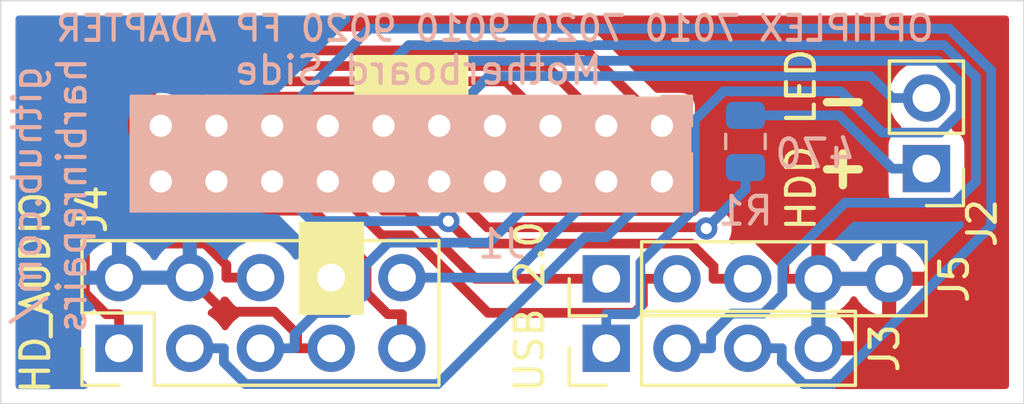
<source format=kicad_pcb>
(kicad_pcb (version 20171130) (host pcbnew "(5.1.0-0)")

  (general
    (thickness 1.6)
    (drawings 15)
    (tracks 141)
    (zones 0)
    (modules 6)
    (nets 19)
  )

  (page A4)
  (layers
    (0 F.Cu signal hide)
    (31 B.Cu signal hide)
    (32 B.Adhes user)
    (33 F.Adhes user)
    (34 B.Paste user)
    (35 F.Paste user)
    (36 B.SilkS user)
    (37 F.SilkS user)
    (38 B.Mask user)
    (39 F.Mask user)
    (40 Dwgs.User user)
    (41 Cmts.User user)
    (42 Eco1.User user)
    (43 Eco2.User user)
    (44 Edge.Cuts user)
    (45 Margin user)
    (46 B.CrtYd user)
    (47 F.CrtYd user)
    (48 B.Fab user)
    (49 F.Fab user)
  )

  (setup
    (last_trace_width 0.35)
    (trace_clearance 0.2)
    (zone_clearance 0.508)
    (zone_45_only no)
    (trace_min 0.2)
    (via_size 0.8)
    (via_drill 0.4)
    (via_min_size 0.4)
    (via_min_drill 0.3)
    (uvia_size 0.3)
    (uvia_drill 0.1)
    (uvias_allowed no)
    (uvia_min_size 0.2)
    (uvia_min_drill 0.1)
    (edge_width 0.05)
    (segment_width 0.2)
    (pcb_text_width 0.3)
    (pcb_text_size 1.5 1.5)
    (mod_edge_width 0.12)
    (mod_text_size 1 1)
    (mod_text_width 0.15)
    (pad_size 1.524 1.524)
    (pad_drill 0.762)
    (pad_to_mask_clearance 0.051)
    (solder_mask_min_width 0.25)
    (aux_axis_origin 0 0)
    (visible_elements FFFFFF7F)
    (pcbplotparams
      (layerselection 0x010f0_ffffffff)
      (usegerberextensions false)
      (usegerberattributes false)
      (usegerberadvancedattributes false)
      (creategerberjobfile false)
      (excludeedgelayer true)
      (linewidth 0.100000)
      (plotframeref false)
      (viasonmask false)
      (mode 1)
      (useauxorigin false)
      (hpglpennumber 1)
      (hpglpenspeed 20)
      (hpglpendiameter 15.000000)
      (psnegative false)
      (psa4output false)
      (plotreference true)
      (plotvalue true)
      (plotinvisibletext false)
      (padsonsilk false)
      (subtractmaskfromsilk false)
      (outputformat 1)
      (mirror false)
      (drillshape 0)
      (scaleselection 1)
      (outputdirectory ""))
  )

  (net 0 "")
  (net 1 FRONT_IO_DET)
  (net 2 "Net-(J1-Pad19)")
  (net 3 USB_D+_2)
  (net 4 USB_D+_1)
  (net 5 USB_D-_2)
  (net 6 USB_D-_1)
  (net 7 USB_VCC2)
  (net 8 USB_VCC1)
  (net 9 HDD_LED+)
  (net 10 HDD_LED-)
  (net 11 HEADPHONE_R)
  (net 12 HEADPHONE_L)
  (net 13 HEADPHONE_DET)
  (net 14 MIC_DET)
  (net 15 MIC_R)
  (net 16 MIC_L)
  (net 17 "Net-(J2-Pad1)")
  (net 18 "Net-(J4-Pad8)")

  (net_class Default "This is the default net class."
    (clearance 0.2)
    (trace_width 0.35)
    (via_dia 0.8)
    (via_drill 0.4)
    (uvia_dia 0.3)
    (uvia_drill 0.1)
    (add_net FRONT_IO_DET)
    (add_net HDD_LED+)
    (add_net HDD_LED-)
    (add_net HEADPHONE_DET)
    (add_net HEADPHONE_L)
    (add_net HEADPHONE_R)
    (add_net MIC_DET)
    (add_net MIC_L)
    (add_net MIC_R)
    (add_net "Net-(J1-Pad19)")
    (add_net "Net-(J2-Pad1)")
    (add_net "Net-(J4-Pad8)")
    (add_net USB_D+_1)
    (add_net USB_D+_2)
    (add_net USB_D-_1)
    (add_net USB_D-_2)
    (add_net USB_VCC1)
    (add_net USB_VCC2)
  )

  (module Resistor_SMD:R_0805_2012Metric (layer B.Cu) (tedit 5B36C52B) (tstamp 5E60F201)
    (at 165.75 94.0625 90)
    (descr "Resistor SMD 0805 (2012 Metric), square (rectangular) end terminal, IPC_7351 nominal, (Body size source: https://docs.google.com/spreadsheets/d/1BsfQQcO9C6DZCsRaXUlFlo91Tg2WpOkGARC1WS5S8t0/edit?usp=sharing), generated with kicad-footprint-generator")
    (tags resistor)
    (path /5E614479)
    (attr smd)
    (fp_text reference R1 (at -2.5 0) (layer B.SilkS)
      (effects (font (size 1 1) (thickness 0.15)) (justify mirror))
    )
    (fp_text value 470 (at -0.4375 2.5) (layer B.SilkS)
      (effects (font (size 1 1) (thickness 0.15)) (justify mirror))
    )
    (fp_text user %R (at 0 0 90) (layer B.Fab)
      (effects (font (size 0.5 0.5) (thickness 0.08)) (justify mirror))
    )
    (fp_line (start 1.68 -0.95) (end -1.68 -0.95) (layer B.CrtYd) (width 0.05))
    (fp_line (start 1.68 0.95) (end 1.68 -0.95) (layer B.CrtYd) (width 0.05))
    (fp_line (start -1.68 0.95) (end 1.68 0.95) (layer B.CrtYd) (width 0.05))
    (fp_line (start -1.68 -0.95) (end -1.68 0.95) (layer B.CrtYd) (width 0.05))
    (fp_line (start -0.258578 -0.71) (end 0.258578 -0.71) (layer B.SilkS) (width 0.12))
    (fp_line (start -0.258578 0.71) (end 0.258578 0.71) (layer B.SilkS) (width 0.12))
    (fp_line (start 1 -0.6) (end -1 -0.6) (layer B.Fab) (width 0.1))
    (fp_line (start 1 0.6) (end 1 -0.6) (layer B.Fab) (width 0.1))
    (fp_line (start -1 0.6) (end 1 0.6) (layer B.Fab) (width 0.1))
    (fp_line (start -1 -0.6) (end -1 0.6) (layer B.Fab) (width 0.1))
    (pad 2 smd roundrect (at 0.9375 0 90) (size 0.975 1.4) (layers B.Cu B.Paste B.Mask) (roundrect_rratio 0.25)
      (net 17 "Net-(J2-Pad1)"))
    (pad 1 smd roundrect (at -0.9375 0 90) (size 0.975 1.4) (layers B.Cu B.Paste B.Mask) (roundrect_rratio 0.25)
      (net 9 HDD_LED+))
    (model ${KISYS3DMOD}/Resistor_SMD.3dshapes/R_0805_2012Metric.wrl
      (at (xyz 0 0 0))
      (scale (xyz 1 1 1))
      (rotate (xyz 0 0 0))
    )
  )

  (module Connector_PinHeader_2.54mm:PinHeader_1x05_P2.54mm_Vertical (layer F.Cu) (tedit 59FED5CC) (tstamp 5E6112BB)
    (at 160.75 99 90)
    (descr "Through hole straight pin header, 1x05, 2.54mm pitch, single row")
    (tags "Through hole pin header THT 1x05 2.54mm single row")
    (path /5E616F9C)
    (fp_text reference J5 (at 0 12.5 90) (layer F.SilkS)
      (effects (font (size 1 1) (thickness 0.15)))
    )
    (fp_text value Conn_01x05 (at 0 12.49 90) (layer F.Fab)
      (effects (font (size 1 1) (thickness 0.15)))
    )
    (fp_text user %R (at 0 5.08 180) (layer F.Fab)
      (effects (font (size 1 1) (thickness 0.15)))
    )
    (fp_line (start 1.8 -1.8) (end -1.8 -1.8) (layer F.CrtYd) (width 0.05))
    (fp_line (start 1.8 11.95) (end 1.8 -1.8) (layer F.CrtYd) (width 0.05))
    (fp_line (start -1.8 11.95) (end 1.8 11.95) (layer F.CrtYd) (width 0.05))
    (fp_line (start -1.8 -1.8) (end -1.8 11.95) (layer F.CrtYd) (width 0.05))
    (fp_line (start -1.33 -1.33) (end 0 -1.33) (layer F.SilkS) (width 0.12))
    (fp_line (start -1.33 0) (end -1.33 -1.33) (layer F.SilkS) (width 0.12))
    (fp_line (start -1.33 1.27) (end 1.33 1.27) (layer F.SilkS) (width 0.12))
    (fp_line (start 1.33 1.27) (end 1.33 11.49) (layer F.SilkS) (width 0.12))
    (fp_line (start -1.33 1.27) (end -1.33 11.49) (layer F.SilkS) (width 0.12))
    (fp_line (start -1.33 11.49) (end 1.33 11.49) (layer F.SilkS) (width 0.12))
    (fp_line (start -1.27 -0.635) (end -0.635 -1.27) (layer F.Fab) (width 0.1))
    (fp_line (start -1.27 11.43) (end -1.27 -0.635) (layer F.Fab) (width 0.1))
    (fp_line (start 1.27 11.43) (end -1.27 11.43) (layer F.Fab) (width 0.1))
    (fp_line (start 1.27 -1.27) (end 1.27 11.43) (layer F.Fab) (width 0.1))
    (fp_line (start -0.635 -1.27) (end 1.27 -1.27) (layer F.Fab) (width 0.1))
    (pad 5 thru_hole oval (at 0 10.16 90) (size 1.7 1.7) (drill 1) (layers *.Cu *.Mask)
      (net 1 FRONT_IO_DET))
    (pad 4 thru_hole oval (at 0 7.62 90) (size 1.7 1.7) (drill 1) (layers *.Cu *.Mask)
      (net 1 FRONT_IO_DET))
    (pad 3 thru_hole oval (at 0 5.08 90) (size 1.7 1.7) (drill 1) (layers *.Cu *.Mask)
      (net 3 USB_D+_2))
    (pad 2 thru_hole oval (at 0 2.54 90) (size 1.7 1.7) (drill 1) (layers *.Cu *.Mask)
      (net 5 USB_D-_2))
    (pad 1 thru_hole rect (at 0 0 90) (size 1.7 1.7) (drill 1) (layers *.Cu *.Mask)
      (net 7 USB_VCC2))
    (model ${KISYS3DMOD}/Connector_PinHeader_2.54mm.3dshapes/PinHeader_1x05_P2.54mm_Vertical.wrl
      (at (xyz 0 0 0))
      (scale (xyz 1 1 1))
      (rotate (xyz 0 0 0))
    )
  )

  (module Connector_PinHeader_2.54mm:PinHeader_2x05_P2.54mm_Vertical (layer F.Cu) (tedit 59FED5CC) (tstamp 5E61172C)
    (at 143.25 101.5 90)
    (descr "Through hole straight pin header, 2x05, 2.54mm pitch, double rows")
    (tags "Through hole pin header THT 2x05 2.54mm double row")
    (path /5E610C2D)
    (fp_text reference J4 (at 5 -0.96 90) (layer F.SilkS)
      (effects (font (size 1 1) (thickness 0.15)))
    )
    (fp_text value HDAUDIO_HEADER (at 1.27 12.49 90) (layer F.Fab)
      (effects (font (size 1 1) (thickness 0.15)))
    )
    (fp_text user %R (at 1.27 5.08) (layer F.Fab)
      (effects (font (size 1 1) (thickness 0.15)))
    )
    (fp_line (start 4.35 -1.8) (end -1.8 -1.8) (layer F.CrtYd) (width 0.05))
    (fp_line (start 4.35 11.95) (end 4.35 -1.8) (layer F.CrtYd) (width 0.05))
    (fp_line (start -1.8 11.95) (end 4.35 11.95) (layer F.CrtYd) (width 0.05))
    (fp_line (start -1.8 -1.8) (end -1.8 11.95) (layer F.CrtYd) (width 0.05))
    (fp_line (start -1.33 -1.33) (end 0 -1.33) (layer F.SilkS) (width 0.12))
    (fp_line (start -1.33 0) (end -1.33 -1.33) (layer F.SilkS) (width 0.12))
    (fp_line (start 1.27 -1.33) (end 3.87 -1.33) (layer F.SilkS) (width 0.12))
    (fp_line (start 1.27 1.27) (end 1.27 -1.33) (layer F.SilkS) (width 0.12))
    (fp_line (start -1.33 1.27) (end 1.27 1.27) (layer F.SilkS) (width 0.12))
    (fp_line (start 3.87 -1.33) (end 3.87 11.49) (layer F.SilkS) (width 0.12))
    (fp_line (start -1.33 1.27) (end -1.33 11.49) (layer F.SilkS) (width 0.12))
    (fp_line (start -1.33 11.49) (end 3.87 11.49) (layer F.SilkS) (width 0.12))
    (fp_line (start -1.27 0) (end 0 -1.27) (layer F.Fab) (width 0.1))
    (fp_line (start -1.27 11.43) (end -1.27 0) (layer F.Fab) (width 0.1))
    (fp_line (start 3.81 11.43) (end -1.27 11.43) (layer F.Fab) (width 0.1))
    (fp_line (start 3.81 -1.27) (end 3.81 11.43) (layer F.Fab) (width 0.1))
    (fp_line (start 0 -1.27) (end 3.81 -1.27) (layer F.Fab) (width 0.1))
    (pad 10 thru_hole oval (at 2.54 10.16 90) (size 1.7 1.7) (drill 1) (layers *.Cu *.Mask)
      (net 13 HEADPHONE_DET))
    (pad 9 thru_hole oval (at 0 10.16 90) (size 1.7 1.7) (drill 1) (layers *.Cu *.Mask)
      (net 12 HEADPHONE_L))
    (pad 8 thru_hole oval (at 2.54 7.62 90) (size 1.7 1.7) (drill 1) (layers *.Cu *.Mask)
      (net 18 "Net-(J4-Pad8)"))
    (pad 7 thru_hole oval (at 0 7.62 90) (size 1.7 1.7) (drill 1) (layers *.Cu *.Mask)
      (net 1 FRONT_IO_DET))
    (pad 6 thru_hole oval (at 2.54 5.08 90) (size 1.7 1.7) (drill 1) (layers *.Cu *.Mask)
      (net 14 MIC_DET))
    (pad 5 thru_hole oval (at 0 5.08 90) (size 1.7 1.7) (drill 1) (layers *.Cu *.Mask)
      (net 11 HEADPHONE_R))
    (pad 4 thru_hole oval (at 2.54 2.54 90) (size 1.7 1.7) (drill 1) (layers *.Cu *.Mask)
      (net 1 FRONT_IO_DET))
    (pad 3 thru_hole oval (at 0 2.54 90) (size 1.7 1.7) (drill 1) (layers *.Cu *.Mask)
      (net 15 MIC_R))
    (pad 2 thru_hole oval (at 2.54 0 90) (size 1.7 1.7) (drill 1) (layers *.Cu *.Mask)
      (net 1 FRONT_IO_DET))
    (pad 1 thru_hole rect (at 0 0 90) (size 1.7 1.7) (drill 1) (layers *.Cu *.Mask)
      (net 16 MIC_L))
    (model ${KISYS3DMOD}/Connector_PinHeader_2.54mm.3dshapes/PinHeader_2x05_P2.54mm_Vertical.wrl
      (at (xyz 0 0 0))
      (scale (xyz 1 1 1))
      (rotate (xyz 0 0 0))
    )
  )

  (module Connector_PinHeader_2.54mm:PinHeader_1x04_P2.54mm_Vertical (layer F.Cu) (tedit 59FED5CC) (tstamp 5E611080)
    (at 160.75 101.5 90)
    (descr "Through hole straight pin header, 1x04, 2.54mm pitch, single row")
    (tags "Through hole pin header THT 1x04 2.54mm single row")
    (path /5E61652E)
    (fp_text reference J3 (at 0 10 90) (layer F.SilkS)
      (effects (font (size 1 1) (thickness 0.15)))
    )
    (fp_text value Conn_01x04 (at 0 9.95 90) (layer F.Fab)
      (effects (font (size 1 1) (thickness 0.15)))
    )
    (fp_text user %R (at 0 3.81 180) (layer F.Fab)
      (effects (font (size 1 1) (thickness 0.15)))
    )
    (fp_line (start 1.8 -1.8) (end -1.8 -1.8) (layer F.CrtYd) (width 0.05))
    (fp_line (start 1.8 9.4) (end 1.8 -1.8) (layer F.CrtYd) (width 0.05))
    (fp_line (start -1.8 9.4) (end 1.8 9.4) (layer F.CrtYd) (width 0.05))
    (fp_line (start -1.8 -1.8) (end -1.8 9.4) (layer F.CrtYd) (width 0.05))
    (fp_line (start -1.33 -1.33) (end 0 -1.33) (layer F.SilkS) (width 0.12))
    (fp_line (start -1.33 0) (end -1.33 -1.33) (layer F.SilkS) (width 0.12))
    (fp_line (start -1.33 1.27) (end 1.33 1.27) (layer F.SilkS) (width 0.12))
    (fp_line (start 1.33 1.27) (end 1.33 8.95) (layer F.SilkS) (width 0.12))
    (fp_line (start -1.33 1.27) (end -1.33 8.95) (layer F.SilkS) (width 0.12))
    (fp_line (start -1.33 8.95) (end 1.33 8.95) (layer F.SilkS) (width 0.12))
    (fp_line (start -1.27 -0.635) (end -0.635 -1.27) (layer F.Fab) (width 0.1))
    (fp_line (start -1.27 8.89) (end -1.27 -0.635) (layer F.Fab) (width 0.1))
    (fp_line (start 1.27 8.89) (end -1.27 8.89) (layer F.Fab) (width 0.1))
    (fp_line (start 1.27 -1.27) (end 1.27 8.89) (layer F.Fab) (width 0.1))
    (fp_line (start -0.635 -1.27) (end 1.27 -1.27) (layer F.Fab) (width 0.1))
    (pad 4 thru_hole oval (at 0 7.62 90) (size 1.7 1.7) (drill 1) (layers *.Cu *.Mask)
      (net 1 FRONT_IO_DET))
    (pad 3 thru_hole oval (at 0 5.08 90) (size 1.7 1.7) (drill 1) (layers *.Cu *.Mask)
      (net 4 USB_D+_1))
    (pad 2 thru_hole oval (at 0 2.54 90) (size 1.7 1.7) (drill 1) (layers *.Cu *.Mask)
      (net 6 USB_D-_1))
    (pad 1 thru_hole rect (at 0 0 90) (size 1.7 1.7) (drill 1) (layers *.Cu *.Mask)
      (net 8 USB_VCC1))
    (model ${KISYS3DMOD}/Connector_PinHeader_2.54mm.3dshapes/PinHeader_1x04_P2.54mm_Vertical.wrl
      (at (xyz 0 0 0))
      (scale (xyz 1 1 1))
      (rotate (xyz 0 0 0))
    )
  )

  (module Connector_PinHeader_2.54mm:PinHeader_1x02_P2.54mm_Vertical (layer F.Cu) (tedit 59FED5CC) (tstamp 5E6111AE)
    (at 172.25 95.04 180)
    (descr "Through hole straight pin header, 1x02, 2.54mm pitch, single row")
    (tags "Through hole pin header THT 1x02 2.54mm single row")
    (path /5E613D8F)
    (fp_text reference J2 (at -2 -1.96 270) (layer F.SilkS)
      (effects (font (size 1 1) (thickness 0.15)))
    )
    (fp_text value HDD_LED_HEADER (at 0 4.87 180) (layer F.Fab)
      (effects (font (size 1 1) (thickness 0.15)))
    )
    (fp_text user %R (at 0 1.27 90) (layer F.Fab)
      (effects (font (size 1 1) (thickness 0.15)))
    )
    (fp_line (start 1.8 -1.8) (end -1.8 -1.8) (layer F.CrtYd) (width 0.05))
    (fp_line (start 1.8 4.35) (end 1.8 -1.8) (layer F.CrtYd) (width 0.05))
    (fp_line (start -1.8 4.35) (end 1.8 4.35) (layer F.CrtYd) (width 0.05))
    (fp_line (start -1.8 -1.8) (end -1.8 4.35) (layer F.CrtYd) (width 0.05))
    (fp_line (start -1.33 -1.33) (end 0 -1.33) (layer F.SilkS) (width 0.12))
    (fp_line (start -1.33 0) (end -1.33 -1.33) (layer F.SilkS) (width 0.12))
    (fp_line (start -1.33 1.27) (end 1.33 1.27) (layer F.SilkS) (width 0.12))
    (fp_line (start 1.33 1.27) (end 1.33 3.87) (layer F.SilkS) (width 0.12))
    (fp_line (start -1.33 1.27) (end -1.33 3.87) (layer F.SilkS) (width 0.12))
    (fp_line (start -1.33 3.87) (end 1.33 3.87) (layer F.SilkS) (width 0.12))
    (fp_line (start -1.27 -0.635) (end -0.635 -1.27) (layer F.Fab) (width 0.1))
    (fp_line (start -1.27 3.81) (end -1.27 -0.635) (layer F.Fab) (width 0.1))
    (fp_line (start 1.27 3.81) (end -1.27 3.81) (layer F.Fab) (width 0.1))
    (fp_line (start 1.27 -1.27) (end 1.27 3.81) (layer F.Fab) (width 0.1))
    (fp_line (start -0.635 -1.27) (end 1.27 -1.27) (layer F.Fab) (width 0.1))
    (pad 2 thru_hole oval (at 0 2.54 180) (size 1.7 1.7) (drill 1) (layers *.Cu *.Mask)
      (net 10 HDD_LED-))
    (pad 1 thru_hole rect (at 0 0 180) (size 1.7 1.7) (drill 1) (layers *.Cu *.Mask)
      (net 17 "Net-(J2-Pad1)"))
    (model ${KISYS3DMOD}/Connector_PinHeader_2.54mm.3dshapes/PinHeader_1x02_P2.54mm_Vertical.wrl
      (at (xyz 0 0 0))
      (scale (xyz 1 1 1))
      (rotate (xyz 0 0 0))
    )
  )

  (module Connector_PinSocket_2.00mm:PinSocket_2x10_P2.00mm_Vertical (layer B.Cu) (tedit 5A19A41B) (tstamp 5E60ECBB)
    (at 162.75 93.5 90)
    (descr "Through hole straight socket strip, 2x10, 2.00mm pitch, double cols (from Kicad 4.0.7), script generated")
    (tags "Through hole socket strip THT 2x10 2.00mm double row")
    (path /5E607E51)
    (fp_text reference J1 (at -4.25 -5.75 180) (layer B.SilkS)
      (effects (font (size 1 1) (thickness 0.15)) (justify mirror))
    )
    (fp_text value DELL_2MM_MB_CONNECTOR (at -1 -20.5 90) (layer B.Fab)
      (effects (font (size 1 1) (thickness 0.15)) (justify mirror))
    )
    (fp_text user %R (at -1 -9) (layer B.Fab)
      (effects (font (size 1 1) (thickness 0.15)) (justify mirror))
    )
    (fp_line (start -3.5 -19.5) (end -3.5 1.5) (layer B.CrtYd) (width 0.05))
    (fp_line (start 1.5 -19.5) (end -3.5 -19.5) (layer B.CrtYd) (width 0.05))
    (fp_line (start 1.5 1.5) (end 1.5 -19.5) (layer B.CrtYd) (width 0.05))
    (fp_line (start -3.5 1.5) (end 1.5 1.5) (layer B.CrtYd) (width 0.05))
    (fp_line (start 0 1.06) (end 1.06 1.06) (layer B.SilkS) (width 0.12))
    (fp_line (start 1.06 1.06) (end 1.06 0) (layer B.SilkS) (width 0.12))
    (fp_line (start -1 1.06) (end -1 -1) (layer B.SilkS) (width 0.12))
    (fp_line (start -1 -1) (end 1.06 -1) (layer B.SilkS) (width 0.12))
    (fp_line (start 1.06 -1) (end 1.06 -19.06) (layer B.SilkS) (width 0.12))
    (fp_line (start -3.06 -19.06) (end 1.06 -19.06) (layer B.SilkS) (width 0.12))
    (fp_line (start -3.06 1.06) (end -3.06 -19.06) (layer B.SilkS) (width 0.12))
    (fp_line (start -3.06 1.06) (end -1 1.06) (layer B.SilkS) (width 0.12))
    (fp_line (start -3 -19) (end -3 1) (layer B.Fab) (width 0.1))
    (fp_line (start 1 -19) (end -3 -19) (layer B.Fab) (width 0.1))
    (fp_line (start 1 0) (end 1 -19) (layer B.Fab) (width 0.1))
    (fp_line (start 0 1) (end 1 0) (layer B.Fab) (width 0.1))
    (fp_line (start -3 1) (end 0 1) (layer B.Fab) (width 0.1))
    (pad 20 thru_hole oval (at -2 -18 90) (size 1.35 1.35) (drill 0.8) (layers *.Cu *.Mask)
      (net 1 FRONT_IO_DET))
    (pad 19 thru_hole oval (at 0 -18 90) (size 1.35 1.35) (drill 0.8) (layers *.Cu *.Mask)
      (net 2 "Net-(J1-Pad19)"))
    (pad 18 thru_hole oval (at -2 -16 90) (size 1.35 1.35) (drill 0.8) (layers *.Cu *.Mask)
      (net 1 FRONT_IO_DET))
    (pad 17 thru_hole oval (at 0 -16 90) (size 1.35 1.35) (drill 0.8) (layers *.Cu *.Mask)
      (net 1 FRONT_IO_DET))
    (pad 16 thru_hole oval (at -2 -14 90) (size 1.35 1.35) (drill 0.8) (layers *.Cu *.Mask)
      (net 3 USB_D+_2))
    (pad 15 thru_hole oval (at 0 -14 90) (size 1.35 1.35) (drill 0.8) (layers *.Cu *.Mask)
      (net 4 USB_D+_1))
    (pad 14 thru_hole oval (at -2 -12 90) (size 1.35 1.35) (drill 0.8) (layers *.Cu *.Mask)
      (net 5 USB_D-_2))
    (pad 13 thru_hole oval (at 0 -12 90) (size 1.35 1.35) (drill 0.8) (layers *.Cu *.Mask)
      (net 6 USB_D-_1))
    (pad 12 thru_hole oval (at -2 -10 90) (size 1.35 1.35) (drill 0.8) (layers *.Cu *.Mask)
      (net 7 USB_VCC2))
    (pad 11 thru_hole oval (at 0 -10 90) (size 1.35 1.35) (drill 0.8) (layers *.Cu *.Mask)
      (net 8 USB_VCC1))
    (pad 10 thru_hole oval (at -2 -8 90) (size 1.35 1.35) (drill 0.8) (layers *.Cu *.Mask)
      (net 9 HDD_LED+))
    (pad 9 thru_hole oval (at 0 -8 90) (size 1.35 1.35) (drill 0.8) (layers *.Cu *.Mask)
      (net 10 HDD_LED-))
    (pad 8 thru_hole oval (at -2 -6 90) (size 1.35 1.35) (drill 0.8) (layers *.Cu *.Mask)
      (net 1 FRONT_IO_DET))
    (pad 7 thru_hole oval (at 0 -6 90) (size 1.35 1.35) (drill 0.8) (layers *.Cu *.Mask)
      (net 1 FRONT_IO_DET))
    (pad 6 thru_hole oval (at -2 -4 90) (size 1.35 1.35) (drill 0.8) (layers *.Cu *.Mask)
      (net 11 HEADPHONE_R))
    (pad 5 thru_hole oval (at 0 -4 90) (size 1.35 1.35) (drill 0.8) (layers *.Cu *.Mask)
      (net 12 HEADPHONE_L))
    (pad 4 thru_hole oval (at -2 -2 90) (size 1.35 1.35) (drill 0.8) (layers *.Cu *.Mask)
      (net 13 HEADPHONE_DET))
    (pad 3 thru_hole oval (at 0 -2 90) (size 1.35 1.35) (drill 0.8) (layers *.Cu *.Mask)
      (net 14 MIC_DET))
    (pad 2 thru_hole oval (at -2 0 90) (size 1.35 1.35) (drill 0.8) (layers *.Cu *.Mask)
      (net 15 MIC_R))
    (pad 1 thru_hole rect (at 0 0 90) (size 1.35 1.35) (drill 0.8) (layers *.Cu *.Mask)
      (net 16 MIC_L))
    (model ${KISYS3DMOD}/Connector_PinSocket_2.00mm.3dshapes/PinSocket_2x10_P2.00mm_Vertical.wrl
      (at (xyz 0 0 0))
      (scale (xyz 1 1 1))
      (rotate (xyz 0 0 0))
    )
  )

  (gr_line (start 139 89) (end 139 103.5) (layer Edge.Cuts) (width 0.05) (tstamp 5E612770))
  (gr_line (start 175.75 89) (end 139 89) (layer Edge.Cuts) (width 0.05))
  (gr_line (start 175.75 103.5) (end 175.75 89) (layer Edge.Cuts) (width 0.05))
  (gr_line (start 139 103.5) (end 175.75 103.5) (layer Edge.Cuts) (width 0.05))
  (gr_poly (pts (xy 149.75 100.25) (xy 152 100.25) (xy 152 97) (xy 149.75 97)) (layer F.SilkS) (width 0.1))
  (gr_text "Motherboard Side" (at 154 91.5) (layer B.SilkS)
    (effects (font (size 1 1) (thickness 0.15)) (justify mirror))
  )
  (gr_text "OPTIPLEX 7010 7020 9010 9020 FP ADAPTER" (at 156.75 90) (layer B.SilkS)
    (effects (font (size 0.9 0.9) (thickness 0.15)) (justify mirror))
  )
  (gr_text "github.com/\nharbinrepairs" (at 140.75 96 90) (layer B.SilkS)
    (effects (font (size 1 1) (thickness 0.15)) (justify mirror))
  )
  (gr_poly (pts (xy 155.75 92.5) (xy 163.75 92.5) (xy 163.75 96.5) (xy 143.75 96.5) (xy 143.75 92.5)) (layer B.SilkS) (width 0.1) (tstamp 5E6109F7))
  (gr_text "HDD LED" (at 167.75 94 90) (layer F.SilkS)
    (effects (font (size 1 1) (thickness 0.15)))
  )
  (gr_poly (pts (xy 151.75 92.5) (xy 143.75 92.5) (xy 143.75 96.5) (xy 163.75 96.5) (xy 163.75 92.5)) (layer F.SilkS) (width 0.1))
  (gr_poly (pts (xy 151.75 92.5) (xy 151.75 91) (xy 155.75 91) (xy 155.75 92.5)) (layer F.SilkS) (width 0.1) (tstamp 5E60FAE3))
  (gr_text "-\n+" (at 169.25 93.75) (layer F.SilkS)
    (effects (font (size 1.5 1.5) (thickness 0.3)))
  )
  (gr_text HD_AUDIO (at 140.25 99.5 90) (layer F.SilkS)
    (effects (font (size 1 1) (thickness 0.15)))
  )
  (gr_text "USB 2.0" (at 158 100 90) (layer F.SilkS)
    (effects (font (size 1 1) (thickness 0.15)))
  )

  (segment (start 167.1447 99) (end 167.1447 98.5323) (width 0.35) (layer F.Cu) (net 1))
  (segment (start 167.1447 98.5323) (end 165.0219 96.4095) (width 0.35) (layer F.Cu) (net 1))
  (segment (start 165.0219 96.4095) (end 164.0266 96.4095) (width 0.35) (layer F.Cu) (net 1))
  (segment (start 164.0266 96.4095) (end 163.8735 96.5626) (width 0.35) (layer F.Cu) (net 1))
  (segment (start 163.8735 96.5626) (end 157.8126 96.5626) (width 0.35) (layer F.Cu) (net 1))
  (segment (start 157.8126 96.5626) (end 156.75 95.5) (width 0.35) (layer F.Cu) (net 1))
  (segment (start 156.75 93.5) (end 155.6997 92.4497) (width 0.35) (layer F.Cu) (net 1))
  (segment (start 155.6997 92.4497) (end 147.8003 92.4497) (width 0.35) (layer F.Cu) (net 1))
  (segment (start 147.8003 92.4497) (end 146.75 93.5) (width 0.35) (layer F.Cu) (net 1))
  (segment (start 145.79 98.96) (end 144.4753 98.96) (width 0.35) (layer F.Cu) (net 1))
  (segment (start 149.6447 101.5) (end 149.6447 100.9922) (width 0.35) (layer F.Cu) (net 1))
  (segment (start 149.6447 100.9922) (end 148.8379 100.1854) (width 0.35) (layer F.Cu) (net 1))
  (segment (start 148.8379 100.1854) (end 147.0154 100.1854) (width 0.35) (layer F.Cu) (net 1))
  (segment (start 147.0154 100.1854) (end 145.79 98.96) (width 0.35) (layer F.Cu) (net 1))
  (segment (start 143.25 98.96) (end 144.4753 98.96) (width 0.35) (layer F.Cu) (net 1))
  (segment (start 150.87 101.5) (end 149.6447 101.5) (width 0.35) (layer F.Cu) (net 1))
  (segment (start 168.37 99) (end 167.1447 99) (width 0.35) (layer F.Cu) (net 1))
  (segment (start 168.37 99) (end 170.91 99) (width 0.35) (layer F.Cu) (net 1))
  (segment (start 146.75 96.5503) (end 145.79 97.5103) (width 0.35) (layer B.Cu) (net 1))
  (segment (start 145.79 97.5103) (end 145.79 98.96) (width 0.35) (layer B.Cu) (net 1))
  (segment (start 168.37 101.5) (end 168.37 99) (width 0.35) (layer B.Cu) (net 1))
  (segment (start 146.75 95.5) (end 146.75 96.5503) (width 0.35) (layer B.Cu) (net 1))
  (segment (start 146.75 93.5) (end 146.75 95.5) (width 0.35) (layer B.Cu) (net 1))
  (segment (start 146.75 95.5) (end 144.75 95.5) (width 0.35) (layer F.Cu) (net 1))
  (segment (start 156.75 95.5) (end 156.75 93.5) (width 0.35) (layer B.Cu) (net 1))
  (segment (start 155.0806 96.9265) (end 155.8893 97.7352) (width 0.35) (layer F.Cu) (net 3))
  (segment (start 155.8893 97.7352) (end 163.7877 97.7352) (width 0.35) (layer F.Cu) (net 3))
  (segment (start 163.7877 97.7352) (end 164.6047 98.5522) (width 0.35) (layer F.Cu) (net 3))
  (segment (start 164.6047 98.5522) (end 164.6047 99) (width 0.35) (layer F.Cu) (net 3))
  (segment (start 148.75 95.5) (end 150.1765 96.9265) (width 0.35) (layer B.Cu) (net 3))
  (segment (start 150.1765 96.9265) (end 155.0806 96.9265) (width 0.35) (layer B.Cu) (net 3))
  (segment (start 165.83 99) (end 164.6047 99) (width 0.35) (layer F.Cu) (net 3))
  (via (at 155.0806 96.9265) (size 0.8) (layers F.Cu B.Cu) (net 3))
  (segment (start 167.0553 101.5) (end 167.0553 102.0078) (width 0.35) (layer B.Cu) (net 4))
  (segment (start 167.0553 102.0078) (end 167.8334 102.7859) (width 0.35) (layer B.Cu) (net 4))
  (segment (start 167.8334 102.7859) (end 168.8817 102.7859) (width 0.35) (layer B.Cu) (net 4))
  (segment (start 168.8817 102.7859) (end 174.576 97.0916) (width 0.35) (layer B.Cu) (net 4))
  (segment (start 174.576 97.0916) (end 174.576 91.5126) (width 0.35) (layer B.Cu) (net 4))
  (segment (start 174.576 91.5126) (end 173.0685 90.0051) (width 0.35) (layer B.Cu) (net 4))
  (segment (start 173.0685 90.0051) (end 152.2449 90.0051) (width 0.35) (layer B.Cu) (net 4))
  (segment (start 152.2449 90.0051) (end 148.75 93.5) (width 0.35) (layer B.Cu) (net 4))
  (segment (start 165.83 101.5) (end 167.0553 101.5) (width 0.35) (layer B.Cu) (net 4))
  (segment (start 150.75 95.5) (end 152.6863 97.4363) (width 0.35) (layer F.Cu) (net 5))
  (segment (start 152.6863 97.4363) (end 153.7157 97.4363) (width 0.35) (layer F.Cu) (net 5))
  (segment (start 153.7157 97.4363) (end 156.5048 100.2254) (width 0.35) (layer F.Cu) (net 5))
  (segment (start 156.5048 100.2254) (end 161.7583 100.2254) (width 0.35) (layer F.Cu) (net 5))
  (segment (start 161.7583 100.2254) (end 162.0647 99.919) (width 0.35) (layer F.Cu) (net 5))
  (segment (start 162.0647 99.919) (end 162.0647 99) (width 0.35) (layer F.Cu) (net 5))
  (segment (start 163.29 99) (end 162.0647 99) (width 0.35) (layer F.Cu) (net 5))
  (segment (start 164.5153 101.5) (end 164.5153 100.9922) (width 0.35) (layer B.Cu) (net 6))
  (segment (start 164.5153 100.9922) (end 165.2575 100.25) (width 0.35) (layer B.Cu) (net 6))
  (segment (start 165.2575 100.25) (end 166.3912 100.25) (width 0.35) (layer B.Cu) (net 6))
  (segment (start 166.3912 100.25) (end 167.0754 99.5658) (width 0.35) (layer B.Cu) (net 6))
  (segment (start 167.0754 99.5658) (end 167.0754 98.5124) (width 0.35) (layer B.Cu) (net 6))
  (segment (start 167.0754 98.5124) (end 169.3224 96.2654) (width 0.35) (layer B.Cu) (net 6))
  (segment (start 169.3224 96.2654) (end 173.2671 96.2654) (width 0.35) (layer B.Cu) (net 6))
  (segment (start 173.2671 96.2654) (end 174.0257 95.5068) (width 0.35) (layer B.Cu) (net 6))
  (segment (start 174.0257 95.5068) (end 174.0257 91.7406) (width 0.35) (layer B.Cu) (net 6))
  (segment (start 174.0257 91.7406) (end 172.8836 90.5985) (width 0.35) (layer B.Cu) (net 6))
  (segment (start 172.8836 90.5985) (end 153.6515 90.5985) (width 0.35) (layer B.Cu) (net 6))
  (segment (start 153.6515 90.5985) (end 150.75 93.5) (width 0.35) (layer B.Cu) (net 6))
  (segment (start 163.29 101.5) (end 164.5153 101.5) (width 0.35) (layer B.Cu) (net 6))
  (segment (start 152.75 95.5) (end 152.75 96.5503) (width 0.35) (layer F.Cu) (net 7))
  (segment (start 152.75 96.5503) (end 153.608 96.5503) (width 0.35) (layer F.Cu) (net 7))
  (segment (start 153.608 96.5503) (end 156.0577 99) (width 0.35) (layer F.Cu) (net 7))
  (segment (start 156.0577 99) (end 159.5247 99) (width 0.35) (layer F.Cu) (net 7))
  (segment (start 160.75 99) (end 159.5247 99) (width 0.35) (layer F.Cu) (net 7))
  (segment (start 160.75 101.5) (end 160.75 100.2747) (width 0.35) (layer B.Cu) (net 8))
  (segment (start 152.75 93.5) (end 155.0894 91.1606) (width 0.35) (layer B.Cu) (net 8))
  (segment (start 155.0894 91.1606) (end 172.6673 91.1606) (width 0.35) (layer B.Cu) (net 8))
  (segment (start 172.6673 91.1606) (end 173.4754 91.9687) (width 0.35) (layer B.Cu) (net 8))
  (segment (start 173.4754 91.9687) (end 173.4754 93.01) (width 0.35) (layer B.Cu) (net 8))
  (segment (start 173.4754 93.01) (end 172.7429 93.7425) (width 0.35) (layer B.Cu) (net 8))
  (segment (start 172.7429 93.7425) (end 170.6597 93.7425) (width 0.35) (layer B.Cu) (net 8))
  (segment (start 170.6597 93.7425) (end 169.1784 92.2612) (width 0.35) (layer B.Cu) (net 8))
  (segment (start 169.1784 92.2612) (end 164.9607 92.2612) (width 0.35) (layer B.Cu) (net 8))
  (segment (start 164.9607 92.2612) (end 163.9253 93.2966) (width 0.35) (layer B.Cu) (net 8))
  (segment (start 163.9253 93.2966) (end 163.9253 96.4645) (width 0.35) (layer B.Cu) (net 8))
  (segment (start 163.9253 96.4645) (end 161.9753 98.4145) (width 0.35) (layer B.Cu) (net 8))
  (segment (start 161.9753 98.4145) (end 161.9753 100.045) (width 0.35) (layer B.Cu) (net 8))
  (segment (start 161.9753 100.045) (end 161.7456 100.2747) (width 0.35) (layer B.Cu) (net 8))
  (segment (start 161.7456 100.2747) (end 160.75 100.2747) (width 0.35) (layer B.Cu) (net 8))
  (segment (start 164.3407 97.1918) (end 165.75 95.7825) (width 0.35) (layer B.Cu) (net 9))
  (segment (start 165.75 95.7825) (end 165.75 95) (width 0.35) (layer B.Cu) (net 9))
  (segment (start 154.75 95.5) (end 154.8243 95.5) (width 0.35) (layer F.Cu) (net 9))
  (segment (start 154.8243 95.5) (end 156.4732 97.1489) (width 0.35) (layer F.Cu) (net 9))
  (segment (start 156.4732 97.1489) (end 164.2978 97.1489) (width 0.35) (layer F.Cu) (net 9))
  (segment (start 164.2978 97.1489) (end 164.3407 97.1918) (width 0.35) (layer F.Cu) (net 9))
  (via (at 164.3407 97.1918) (size 0.8) (layers F.Cu B.Cu) (net 9))
  (segment (start 171.0247 92.5) (end 170.2356 91.7109) (width 0.35) (layer B.Cu) (net 10))
  (segment (start 170.2356 91.7109) (end 156.5391 91.7109) (width 0.35) (layer B.Cu) (net 10))
  (segment (start 156.5391 91.7109) (end 154.75 93.5) (width 0.35) (layer B.Cu) (net 10))
  (segment (start 172.25 92.5) (end 171.0247 92.5) (width 0.35) (layer B.Cu) (net 10))
  (segment (start 148.33 101.5) (end 149.5553 101.5) (width 0.35) (layer B.Cu) (net 11))
  (segment (start 158.75 95.5) (end 156.5482 97.7018) (width 0.35) (layer B.Cu) (net 11))
  (segment (start 156.5482 97.7018) (end 152.929 97.7018) (width 0.35) (layer B.Cu) (net 11))
  (segment (start 152.929 97.7018) (end 152.0954 98.5354) (width 0.35) (layer B.Cu) (net 11))
  (segment (start 152.0954 98.5354) (end 152.0954 99.5567) (width 0.35) (layer B.Cu) (net 11))
  (segment (start 152.0954 99.5567) (end 151.4221 100.23) (width 0.35) (layer B.Cu) (net 11))
  (segment (start 151.4221 100.23) (end 150.3175 100.23) (width 0.35) (layer B.Cu) (net 11))
  (segment (start 150.3175 100.23) (end 149.5553 100.9922) (width 0.35) (layer B.Cu) (net 11))
  (segment (start 149.5553 100.9922) (end 149.5553 101.5) (width 0.35) (layer B.Cu) (net 11))
  (segment (start 158.75 93.5) (end 157.1493 91.8993) (width 0.35) (layer F.Cu) (net 12))
  (segment (start 157.1493 91.8993) (end 144.7911 91.8993) (width 0.35) (layer F.Cu) (net 12))
  (segment (start 144.7911 91.8993) (end 143.6828 93.0076) (width 0.35) (layer F.Cu) (net 12))
  (segment (start 143.6828 93.0076) (end 143.6828 95.9381) (width 0.35) (layer F.Cu) (net 12))
  (segment (start 143.6828 95.9381) (end 144.2951 96.5504) (width 0.35) (layer F.Cu) (net 12))
  (segment (start 144.2951 96.5504) (end 150.2415 96.5504) (width 0.35) (layer F.Cu) (net 12))
  (segment (start 150.2415 96.5504) (end 152.14 98.4489) (width 0.35) (layer F.Cu) (net 12))
  (segment (start 152.14 98.4489) (end 152.14 99.5125) (width 0.35) (layer F.Cu) (net 12))
  (segment (start 152.14 99.5125) (end 152.9022 100.2747) (width 0.35) (layer F.Cu) (net 12))
  (segment (start 152.9022 100.2747) (end 153.41 100.2747) (width 0.35) (layer F.Cu) (net 12))
  (segment (start 153.41 101.5) (end 153.41 100.2747) (width 0.35) (layer F.Cu) (net 12))
  (segment (start 160.75 95.5) (end 157.29 98.96) (width 0.35) (layer B.Cu) (net 13))
  (segment (start 157.29 98.96) (end 153.41 98.96) (width 0.35) (layer B.Cu) (net 13))
  (segment (start 147.1047 98.96) (end 147.1047 98.5004) (width 0.35) (layer F.Cu) (net 14))
  (segment (start 147.1047 98.5004) (end 146.339 97.7347) (width 0.35) (layer F.Cu) (net 14))
  (segment (start 146.339 97.7347) (end 144.7011 97.7347) (width 0.35) (layer F.Cu) (net 14))
  (segment (start 144.7011 97.7347) (end 143.1325 96.1661) (width 0.35) (layer F.Cu) (net 14))
  (segment (start 143.1325 96.1661) (end 143.1325 92.7796) (width 0.35) (layer F.Cu) (net 14))
  (segment (start 143.1325 92.7796) (end 144.5631 91.349) (width 0.35) (layer F.Cu) (net 14))
  (segment (start 144.5631 91.349) (end 158.599 91.349) (width 0.35) (layer F.Cu) (net 14))
  (segment (start 158.599 91.349) (end 160.75 93.5) (width 0.35) (layer F.Cu) (net 14))
  (segment (start 148.33 98.96) (end 147.1047 98.96) (width 0.35) (layer F.Cu) (net 14))
  (segment (start 145.79 101.5) (end 147.0153 101.5) (width 0.35) (layer B.Cu) (net 15))
  (segment (start 162.75 95.5) (end 160.7462 97.5038) (width 0.35) (layer B.Cu) (net 15))
  (segment (start 160.7462 97.5038) (end 159.9827 97.5038) (width 0.35) (layer B.Cu) (net 15))
  (segment (start 159.9827 97.5038) (end 154.7006 102.7859) (width 0.35) (layer B.Cu) (net 15))
  (segment (start 154.7006 102.7859) (end 147.7934 102.7859) (width 0.35) (layer B.Cu) (net 15))
  (segment (start 147.7934 102.7859) (end 147.0153 102.0078) (width 0.35) (layer B.Cu) (net 15))
  (segment (start 147.0153 102.0078) (end 147.0153 101.5) (width 0.35) (layer B.Cu) (net 15))
  (segment (start 143.25 101.5) (end 143.25 100.2747) (width 0.35) (layer F.Cu) (net 16))
  (segment (start 162.75 93.5) (end 160.0383 90.7883) (width 0.35) (layer F.Cu) (net 16))
  (segment (start 160.0383 90.7883) (end 144.2658 90.7883) (width 0.35) (layer F.Cu) (net 16))
  (segment (start 144.2658 90.7883) (end 142.0247 93.0294) (width 0.35) (layer F.Cu) (net 16))
  (segment (start 142.0247 93.0294) (end 142.0247 99.509) (width 0.35) (layer F.Cu) (net 16))
  (segment (start 142.0247 99.509) (end 142.7904 100.2747) (width 0.35) (layer F.Cu) (net 16))
  (segment (start 142.7904 100.2747) (end 143.25 100.2747) (width 0.35) (layer F.Cu) (net 16))
  (segment (start 172.25 95.04) (end 171.0247 95.04) (width 0.35) (layer B.Cu) (net 17))
  (segment (start 171.0247 95.04) (end 169.1097 93.125) (width 0.35) (layer B.Cu) (net 17))
  (segment (start 169.1097 93.125) (end 165.75 93.125) (width 0.35) (layer B.Cu) (net 17))

  (zone (net 1) (net_name FRONT_IO_DET) (layer F.Cu) (tstamp 5E61C4B0) (hatch edge 0.508)
    (connect_pads (clearance 0.508))
    (min_thickness 0.254)
    (fill yes (arc_segments 32) (thermal_gap 0.508) (thermal_bridge_width 0.508))
    (polygon
      (pts
        (xy 139 89) (xy 175.75 89) (xy 175.75 103.5) (xy 139 103.5)
      )
    )
    (filled_polygon
      (pts
        (xy 175.09 102.84) (xy 168.993402 102.84) (xy 169.13692 102.771641) (xy 169.370269 102.597588) (xy 169.565178 102.381355)
        (xy 169.714157 102.131252) (xy 169.811481 101.856891) (xy 169.690814 101.627) (xy 168.497 101.627) (xy 168.497 101.647)
        (xy 168.243 101.647) (xy 168.243 101.627) (xy 168.223 101.627) (xy 168.223 101.373) (xy 168.243 101.373)
        (xy 168.243 99.127) (xy 168.497 99.127) (xy 168.497 101.373) (xy 169.690814 101.373) (xy 169.811481 101.143109)
        (xy 169.714157 100.868748) (xy 169.565178 100.618645) (xy 169.370269 100.402412) (xy 169.165934 100.25) (xy 169.370269 100.097588)
        (xy 169.565178 99.881355) (xy 169.64 99.755745) (xy 169.714822 99.881355) (xy 169.909731 100.097588) (xy 170.14308 100.271641)
        (xy 170.405901 100.396825) (xy 170.55311 100.441476) (xy 170.783 100.320155) (xy 170.783 99.127) (xy 171.037 99.127)
        (xy 171.037 100.320155) (xy 171.26689 100.441476) (xy 171.414099 100.396825) (xy 171.67692 100.271641) (xy 171.910269 100.097588)
        (xy 172.105178 99.881355) (xy 172.254157 99.631252) (xy 172.351481 99.356891) (xy 172.230814 99.127) (xy 171.037 99.127)
        (xy 170.783 99.127) (xy 168.497 99.127) (xy 168.243 99.127) (xy 168.223 99.127) (xy 168.223 98.873)
        (xy 168.243 98.873) (xy 168.243 97.679845) (xy 168.497 97.679845) (xy 168.497 98.873) (xy 170.783 98.873)
        (xy 170.783 97.679845) (xy 171.037 97.679845) (xy 171.037 98.873) (xy 172.230814 98.873) (xy 172.351481 98.643109)
        (xy 172.254157 98.368748) (xy 172.105178 98.118645) (xy 171.910269 97.902412) (xy 171.67692 97.728359) (xy 171.414099 97.603175)
        (xy 171.26689 97.558524) (xy 171.037 97.679845) (xy 170.783 97.679845) (xy 170.55311 97.558524) (xy 170.405901 97.603175)
        (xy 170.14308 97.728359) (xy 169.909731 97.902412) (xy 169.714822 98.118645) (xy 169.64 98.244255) (xy 169.565178 98.118645)
        (xy 169.370269 97.902412) (xy 169.13692 97.728359) (xy 168.874099 97.603175) (xy 168.72689 97.558524) (xy 168.497 97.679845)
        (xy 168.243 97.679845) (xy 168.01311 97.558524) (xy 167.865901 97.603175) (xy 167.60308 97.728359) (xy 167.369731 97.902412)
        (xy 167.174822 98.118645) (xy 167.105201 98.235523) (xy 167.070706 98.170986) (xy 166.885134 97.944866) (xy 166.659014 97.759294)
        (xy 166.401034 97.621401) (xy 166.121111 97.536487) (xy 165.90295 97.515) (xy 165.75705 97.515) (xy 165.538889 97.536487)
        (xy 165.286487 97.613052) (xy 165.335926 97.493698) (xy 165.3757 97.293739) (xy 165.3757 97.089861) (xy 165.335926 96.889902)
        (xy 165.257905 96.701544) (xy 165.144637 96.532026) (xy 165.000474 96.387863) (xy 164.830956 96.274595) (xy 164.642598 96.196574)
        (xy 164.442639 96.1568) (xy 164.238761 96.1568) (xy 164.038802 96.196574) (xy 163.850444 96.274595) (xy 163.758635 96.33594)
        (xy 163.844495 96.231318) (xy 163.966138 96.003741) (xy 164.041045 95.756805) (xy 164.066338 95.5) (xy 164.041045 95.243195)
        (xy 163.966138 94.996259) (xy 163.844495 94.768682) (xy 163.787369 94.699074) (xy 163.876185 94.626185) (xy 163.955537 94.529494)
        (xy 164.014502 94.41918) (xy 164.050812 94.299482) (xy 164.063072 94.175) (xy 164.063072 92.825) (xy 164.050812 92.700518)
        (xy 164.014502 92.58082) (xy 163.971303 92.5) (xy 170.757815 92.5) (xy 170.786487 92.791111) (xy 170.871401 93.071034)
        (xy 171.009294 93.329014) (xy 171.194866 93.555134) (xy 171.224687 93.579607) (xy 171.15582 93.600498) (xy 171.045506 93.659463)
        (xy 170.948815 93.738815) (xy 170.869463 93.835506) (xy 170.810498 93.94582) (xy 170.774188 94.065518) (xy 170.761928 94.19)
        (xy 170.761928 95.89) (xy 170.774188 96.014482) (xy 170.810498 96.13418) (xy 170.869463 96.244494) (xy 170.948815 96.341185)
        (xy 171.045506 96.420537) (xy 171.15582 96.479502) (xy 171.275518 96.515812) (xy 171.4 96.528072) (xy 173.1 96.528072)
        (xy 173.224482 96.515812) (xy 173.34418 96.479502) (xy 173.454494 96.420537) (xy 173.551185 96.341185) (xy 173.630537 96.244494)
        (xy 173.689502 96.13418) (xy 173.725812 96.014482) (xy 173.738072 95.89) (xy 173.738072 94.19) (xy 173.725812 94.065518)
        (xy 173.689502 93.94582) (xy 173.630537 93.835506) (xy 173.551185 93.738815) (xy 173.454494 93.659463) (xy 173.34418 93.600498)
        (xy 173.275313 93.579607) (xy 173.305134 93.555134) (xy 173.490706 93.329014) (xy 173.628599 93.071034) (xy 173.713513 92.791111)
        (xy 173.742185 92.5) (xy 173.713513 92.208889) (xy 173.628599 91.928966) (xy 173.490706 91.670986) (xy 173.305134 91.444866)
        (xy 173.079014 91.259294) (xy 172.821034 91.121401) (xy 172.541111 91.036487) (xy 172.32295 91.015) (xy 172.17705 91.015)
        (xy 171.958889 91.036487) (xy 171.678966 91.121401) (xy 171.420986 91.259294) (xy 171.194866 91.444866) (xy 171.009294 91.670986)
        (xy 170.871401 91.928966) (xy 170.786487 92.208889) (xy 170.757815 92.5) (xy 163.971303 92.5) (xy 163.955537 92.470506)
        (xy 163.876185 92.373815) (xy 163.779494 92.294463) (xy 163.66918 92.235498) (xy 163.549482 92.199188) (xy 163.425 92.186928)
        (xy 162.582441 92.186928) (xy 160.6392 90.243687) (xy 160.613828 90.212772) (xy 160.490489 90.111551) (xy 160.349773 90.036337)
        (xy 160.197088 89.99002) (xy 160.078091 89.9783) (xy 160.078088 89.9783) (xy 160.0383 89.974381) (xy 159.998512 89.9783)
        (xy 144.305587 89.9783) (xy 144.265799 89.974381) (xy 144.226011 89.9783) (xy 144.226009 89.9783) (xy 144.107012 89.99002)
        (xy 143.954327 90.036337) (xy 143.888824 90.071349) (xy 143.81361 90.111551) (xy 143.75801 90.157181) (xy 143.690272 90.212772)
        (xy 143.664905 90.243682) (xy 141.480087 92.428501) (xy 141.449172 92.453872) (xy 141.379403 92.538887) (xy 141.347951 92.577211)
        (xy 141.346022 92.58082) (xy 141.272737 92.717928) (xy 141.22642 92.870613) (xy 141.216847 92.96781) (xy 141.210781 93.0294)
        (xy 141.2147 93.069188) (xy 141.214701 99.469202) (xy 141.210781 99.509) (xy 141.223364 99.636749) (xy 141.226421 99.667788)
        (xy 141.253872 99.75828) (xy 141.272738 99.820473) (xy 141.347951 99.961189) (xy 141.389592 100.011928) (xy 141.449173 100.084528)
        (xy 141.480083 100.109895) (xy 141.802471 100.432283) (xy 141.774188 100.525518) (xy 141.761928 100.65) (xy 141.761928 102.35)
        (xy 141.774188 102.474482) (xy 141.810498 102.59418) (xy 141.869463 102.704494) (xy 141.948815 102.801185) (xy 141.996111 102.84)
        (xy 139.66 102.84) (xy 139.66 89.66) (xy 175.090001 89.66)
      )
    )
    (filled_polygon
      (pts
        (xy 150.997 101.373) (xy 151.017 101.373) (xy 151.017 101.627) (xy 150.997 101.627) (xy 150.997 101.647)
        (xy 150.743 101.647) (xy 150.743 101.627) (xy 150.723 101.627) (xy 150.723 101.373) (xy 150.743 101.373)
        (xy 150.743 101.353) (xy 150.997 101.353)
      )
    )
    (filled_polygon
      (pts
        (xy 147.079921 99.771479) (xy 147.089294 99.789014) (xy 147.274866 100.015134) (xy 147.500986 100.200706) (xy 147.555791 100.23)
        (xy 147.500986 100.259294) (xy 147.274866 100.444866) (xy 147.089294 100.670986) (xy 147.06 100.725791) (xy 147.030706 100.670986)
        (xy 146.845134 100.444866) (xy 146.619014 100.259294) (xy 146.561244 100.228416) (xy 146.790269 100.057588) (xy 146.985178 99.841355)
        (xy 147.029745 99.766537)
      )
    )
    (filled_polygon
      (pts
        (xy 143.431808 97.610921) (xy 143.377 97.639845) (xy 143.377 98.833) (xy 145.663 98.833) (xy 145.663 98.813)
        (xy 145.917 98.813) (xy 145.917 98.833) (xy 145.937 98.833) (xy 145.937 99.087) (xy 145.917 99.087)
        (xy 145.917 99.107) (xy 145.663 99.107) (xy 145.663 99.087) (xy 143.377 99.087) (xy 143.377 99.107)
        (xy 143.123 99.107) (xy 143.123 99.087) (xy 143.103 99.087) (xy 143.103 98.833) (xy 143.123 98.833)
        (xy 143.123 97.639845) (xy 142.89311 97.518524) (xy 142.8347 97.536241) (xy 142.8347 97.013812)
      )
    )
    (filled_polygon
      (pts
        (xy 156.877 93.373) (xy 156.897 93.373) (xy 156.897 93.627) (xy 156.877 93.627) (xy 156.877 95.373)
        (xy 156.897 95.373) (xy 156.897 95.627) (xy 156.877 95.627) (xy 156.877 95.647) (xy 156.623 95.647)
        (xy 156.623 95.627) (xy 156.603 95.627) (xy 156.603 95.373) (xy 156.623 95.373) (xy 156.623 93.627)
        (xy 156.603 93.627) (xy 156.603 93.373) (xy 156.623 93.373) (xy 156.623 93.353) (xy 156.877 93.353)
      )
    )
    (filled_polygon
      (pts
        (xy 146.877 93.373) (xy 146.897 93.373) (xy 146.897 93.627) (xy 146.877 93.627) (xy 146.877 95.373)
        (xy 146.897 95.373) (xy 146.897 95.627) (xy 146.877 95.627) (xy 146.877 95.647) (xy 146.623 95.647)
        (xy 146.623 95.627) (xy 144.877 95.627) (xy 144.877 95.647) (xy 144.623 95.647) (xy 144.623 95.627)
        (xy 144.603 95.627) (xy 144.603 95.373) (xy 144.623 95.373) (xy 144.623 95.353) (xy 144.877 95.353)
        (xy 144.877 95.373) (xy 146.623 95.373) (xy 146.623 93.627) (xy 146.603 93.627) (xy 146.603 93.373)
        (xy 146.623 93.373) (xy 146.623 93.353) (xy 146.877 93.353)
      )
    )
  )
  (zone (net 1) (net_name FRONT_IO_DET) (layer B.Cu) (tstamp 5E61C4AD) (hatch edge 0.508)
    (connect_pads (clearance 0.508))
    (min_thickness 0.254)
    (fill yes (arc_segments 32) (thermal_gap 0.508) (thermal_bridge_width 0.508))
    (polygon
      (pts
        (xy 139 89) (xy 175.75 89) (xy 175.75 103.5) (xy 139 103.5)
      )
    )
    (filled_polygon
      (pts
        (xy 148.90551 92.198978) (xy 148.814351 92.19) (xy 148.685649 92.19) (xy 148.493195 92.208955) (xy 148.246259 92.283862)
        (xy 148.018682 92.405505) (xy 147.819208 92.569208) (xy 147.746628 92.657648) (xy 147.621227 92.521697) (xy 147.413629 92.370527)
        (xy 147.180528 92.262762) (xy 147.0794 92.23209) (xy 146.877 92.355776) (xy 146.877 93.373) (xy 146.897 93.373)
        (xy 146.897 93.627) (xy 146.877 93.627) (xy 146.877 95.373) (xy 146.897 95.373) (xy 146.897 95.627)
        (xy 146.877 95.627) (xy 146.877 96.644224) (xy 147.0794 96.76791) (xy 147.180528 96.737238) (xy 147.413629 96.629473)
        (xy 147.621227 96.478303) (xy 147.746628 96.342352) (xy 147.819208 96.430792) (xy 148.018682 96.594495) (xy 148.246259 96.716138)
        (xy 148.493195 96.791045) (xy 148.685649 96.81) (xy 148.814351 96.81) (xy 148.905509 96.801022) (xy 149.575605 97.471118)
        (xy 149.600972 97.502028) (xy 149.697689 97.581401) (xy 149.724311 97.603249) (xy 149.865026 97.678463) (xy 149.876871 97.682056)
        (xy 150.017712 97.72478) (xy 150.032524 97.726239) (xy 149.814866 97.904866) (xy 149.629294 98.130986) (xy 149.6 98.185791)
        (xy 149.570706 98.130986) (xy 149.385134 97.904866) (xy 149.159014 97.719294) (xy 148.901034 97.581401) (xy 148.621111 97.496487)
        (xy 148.40295 97.475) (xy 148.25705 97.475) (xy 148.038889 97.496487) (xy 147.758966 97.581401) (xy 147.500986 97.719294)
        (xy 147.274866 97.904866) (xy 147.089294 98.130986) (xy 147.054799 98.195523) (xy 146.985178 98.078645) (xy 146.790269 97.862412)
        (xy 146.55692 97.688359) (xy 146.294099 97.563175) (xy 146.14689 97.518524) (xy 145.917 97.639845) (xy 145.917 98.833)
        (xy 145.937 98.833) (xy 145.937 99.087) (xy 145.917 99.087) (xy 145.917 99.107) (xy 145.663 99.107)
        (xy 145.663 99.087) (xy 143.377 99.087) (xy 143.377 99.107) (xy 143.123 99.107) (xy 143.123 99.087)
        (xy 141.929186 99.087) (xy 141.808519 99.316891) (xy 141.905843 99.591252) (xy 142.054822 99.841355) (xy 142.231626 100.037502)
        (xy 142.15582 100.060498) (xy 142.045506 100.119463) (xy 141.948815 100.198815) (xy 141.869463 100.295506) (xy 141.810498 100.40582)
        (xy 141.774188 100.525518) (xy 141.761928 100.65) (xy 141.761928 102.35) (xy 141.774188 102.474482) (xy 141.810498 102.59418)
        (xy 141.869463 102.704494) (xy 141.948815 102.801185) (xy 141.996111 102.84) (xy 139.66 102.84) (xy 139.66 98.603109)
        (xy 141.808519 98.603109) (xy 141.929186 98.833) (xy 143.123 98.833) (xy 143.123 97.639845) (xy 143.377 97.639845)
        (xy 143.377 98.833) (xy 145.663 98.833) (xy 145.663 97.639845) (xy 145.43311 97.518524) (xy 145.285901 97.563175)
        (xy 145.02308 97.688359) (xy 144.789731 97.862412) (xy 144.594822 98.078645) (xy 144.52 98.204255) (xy 144.445178 98.078645)
        (xy 144.250269 97.862412) (xy 144.01692 97.688359) (xy 143.754099 97.563175) (xy 143.60689 97.518524) (xy 143.377 97.639845)
        (xy 143.123 97.639845) (xy 142.89311 97.518524) (xy 142.745901 97.563175) (xy 142.48308 97.688359) (xy 142.249731 97.862412)
        (xy 142.054822 98.078645) (xy 141.905843 98.328748) (xy 141.808519 98.603109) (xy 139.66 98.603109) (xy 139.66 95.829401)
        (xy 143.482085 95.829401) (xy 143.570711 96.07043) (xy 143.704656 96.289537) (xy 143.878773 96.478303) (xy 144.086371 96.629473)
        (xy 144.319472 96.737238) (xy 144.4206 96.76791) (xy 144.623 96.644224) (xy 144.623 95.627) (xy 144.877 95.627)
        (xy 144.877 96.644224) (xy 145.0794 96.76791) (xy 145.180528 96.737238) (xy 145.413629 96.629473) (xy 145.621227 96.478303)
        (xy 145.75 96.338696) (xy 145.878773 96.478303) (xy 146.086371 96.629473) (xy 146.319472 96.737238) (xy 146.4206 96.76791)
        (xy 146.623 96.644224) (xy 146.623 95.627) (xy 144.877 95.627) (xy 144.623 95.627) (xy 143.604915 95.627)
        (xy 143.482085 95.829401) (xy 139.66 95.829401) (xy 139.66 93.5) (xy 143.433662 93.5) (xy 143.458955 93.756805)
        (xy 143.533862 94.003741) (xy 143.655505 94.231318) (xy 143.819208 94.430792) (xy 143.905904 94.501941) (xy 143.878773 94.521697)
        (xy 143.704656 94.710463) (xy 143.570711 94.92957) (xy 143.482085 95.170599) (xy 143.604915 95.373) (xy 144.623 95.373)
        (xy 144.623 95.353) (xy 144.877 95.353) (xy 144.877 95.373) (xy 146.623 95.373) (xy 146.623 93.627)
        (xy 146.603 93.627) (xy 146.603 93.373) (xy 146.623 93.373) (xy 146.623 92.355776) (xy 146.4206 92.23209)
        (xy 146.319472 92.262762) (xy 146.086371 92.370527) (xy 145.878773 92.521697) (xy 145.753372 92.657648) (xy 145.680792 92.569208)
        (xy 145.481318 92.405505) (xy 145.253741 92.283862) (xy 145.006805 92.208955) (xy 144.814351 92.19) (xy 144.685649 92.19)
        (xy 144.493195 92.208955) (xy 144.246259 92.283862) (xy 144.018682 92.405505) (xy 143.819208 92.569208) (xy 143.655505 92.768682)
        (xy 143.533862 92.996259) (xy 143.458955 93.243195) (xy 143.433662 93.5) (xy 139.66 93.5) (xy 139.66 89.66)
        (xy 151.444488 89.66)
      )
    )
    (filled_polygon
      (pts
        (xy 150.997 101.373) (xy 151.017 101.373) (xy 151.017 101.627) (xy 150.997 101.627) (xy 150.997 101.647)
        (xy 150.743 101.647) (xy 150.743 101.627) (xy 150.723 101.627) (xy 150.723 101.373) (xy 150.743 101.373)
        (xy 150.743 101.353) (xy 150.997 101.353)
      )
    )
    (filled_polygon
      (pts
        (xy 172.216521 98.305566) (xy 172.105178 98.118645) (xy 171.910269 97.902412) (xy 171.67692 97.728359) (xy 171.414099 97.603175)
        (xy 171.26689 97.558524) (xy 171.037 97.679845) (xy 171.037 98.873) (xy 171.057 98.873) (xy 171.057 99.127)
        (xy 171.037 99.127) (xy 171.037 99.147) (xy 170.783 99.147) (xy 170.783 99.127) (xy 168.497 99.127)
        (xy 168.497 101.373) (xy 168.517 101.373) (xy 168.517 101.627) (xy 168.497 101.627) (xy 168.497 101.647)
        (xy 168.243 101.647) (xy 168.243 101.627) (xy 168.223 101.627) (xy 168.223 101.373) (xy 168.243 101.373)
        (xy 168.243 99.127) (xy 168.223 99.127) (xy 168.223 98.873) (xy 168.243 98.873) (xy 168.243 98.853)
        (xy 168.497 98.853) (xy 168.497 98.873) (xy 170.783 98.873) (xy 170.783 97.679845) (xy 170.55311 97.558524)
        (xy 170.405901 97.603175) (xy 170.14308 97.728359) (xy 169.909731 97.902412) (xy 169.714822 98.118645) (xy 169.64 98.244255)
        (xy 169.565178 98.118645) (xy 169.370269 97.902412) (xy 169.13692 97.728359) (xy 169.047531 97.685782) (xy 169.657913 97.0754)
        (xy 173.227312 97.0754) (xy 173.2671 97.079319) (xy 173.306888 97.0754) (xy 173.306891 97.0754) (xy 173.425888 97.06368)
        (xy 173.472567 97.04952)
      )
    )
    (filled_polygon
      (pts
        (xy 156.877 93.373) (xy 156.897 93.373) (xy 156.897 93.627) (xy 156.877 93.627) (xy 156.877 95.373)
        (xy 156.897 95.373) (xy 156.897 95.627) (xy 156.877 95.627) (xy 156.877 95.647) (xy 156.623 95.647)
        (xy 156.623 95.627) (xy 156.603 95.627) (xy 156.603 95.373) (xy 156.623 95.373) (xy 156.623 93.627)
        (xy 156.603 93.627) (xy 156.603 93.373) (xy 156.623 93.373) (xy 156.623 93.353) (xy 156.877 93.353)
      )
    )
  )
)

</source>
